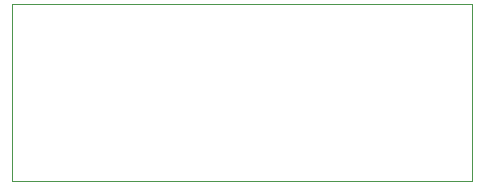
<source format=gbr>
%TF.GenerationSoftware,KiCad,Pcbnew,8.0.8*%
%TF.CreationDate,2025-05-09T18:55:12-05:00*%
%TF.ProjectId,PCB_screwSwitch,5043425f-7363-4726-9577-537769746368,rev?*%
%TF.SameCoordinates,Original*%
%TF.FileFunction,Profile,NP*%
%FSLAX46Y46*%
G04 Gerber Fmt 4.6, Leading zero omitted, Abs format (unit mm)*
G04 Created by KiCad (PCBNEW 8.0.8) date 2025-05-09 18:55:12*
%MOMM*%
%LPD*%
G01*
G04 APERTURE LIST*
%TA.AperFunction,Profile*%
%ADD10C,0.050000*%
%TD*%
G04 APERTURE END LIST*
D10*
X140500000Y-74500000D02*
X179500000Y-74500000D01*
X179500000Y-89500000D01*
X140500000Y-89500000D01*
X140500000Y-74500000D01*
M02*

</source>
